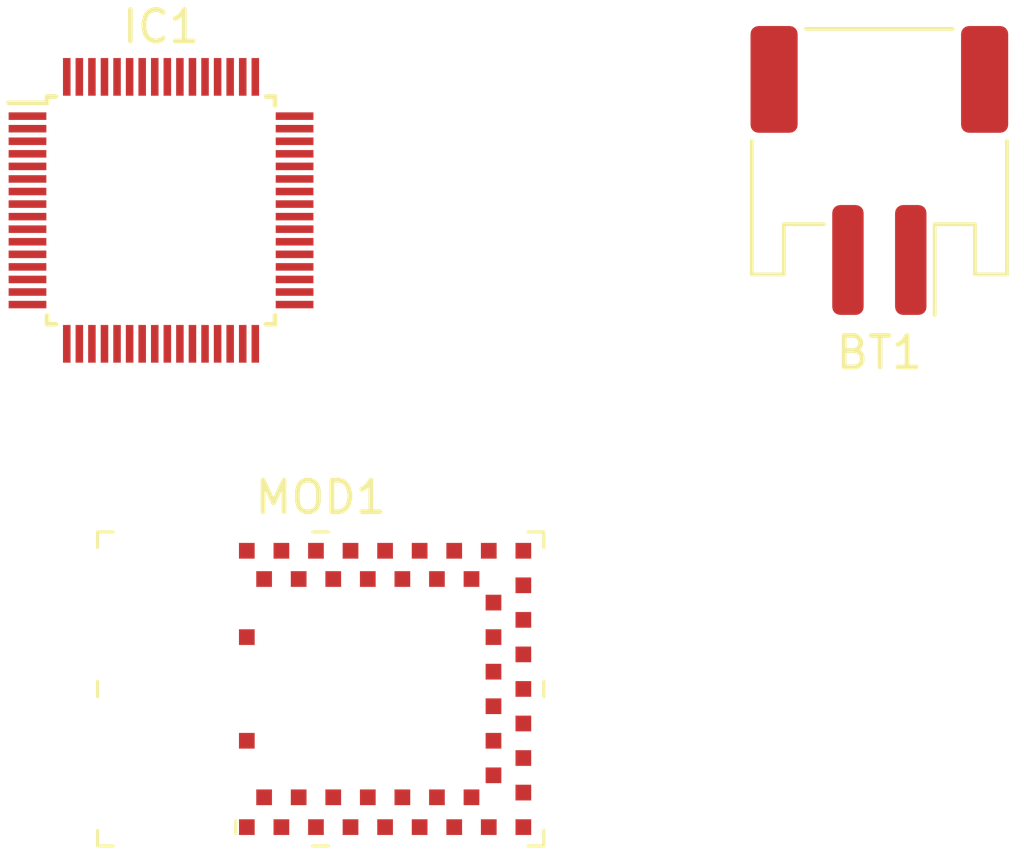
<source format=kicad_pcb>
(kicad_pcb (version 20171130) (host pcbnew "(5.0.2)-1")

  (general
    (thickness 1.6)
    (drawings 0)
    (tracks 0)
    (zones 0)
    (modules 3)
    (nets 114)
  )

  (page A4)
  (layers
    (0 F.Cu signal)
    (31 B.Cu signal)
    (32 B.Adhes user hide)
    (33 F.Adhes user hide)
    (34 B.Paste user hide)
    (35 F.Paste user hide)
    (36 B.SilkS user hide)
    (37 F.SilkS user)
    (38 B.Mask user hide)
    (39 F.Mask user hide)
    (40 Dwgs.User user hide)
    (41 Cmts.User user hide)
    (42 Eco1.User user hide)
    (43 Eco2.User user hide)
    (44 Edge.Cuts user hide)
    (45 Margin user hide)
    (46 B.CrtYd user hide)
    (47 F.CrtYd user hide)
    (48 B.Fab user hide)
    (49 F.Fab user hide)
  )

  (setup
    (last_trace_width 0.3)
    (user_trace_width 0.2)
    (user_trace_width 0.3)
    (user_trace_width 0.5)
    (trace_clearance 0.2)
    (zone_clearance 0.508)
    (zone_45_only no)
    (trace_min 0.2)
    (segment_width 0.2)
    (edge_width 0.15)
    (via_size 0.8)
    (via_drill 0.4)
    (via_min_size 0.4)
    (via_min_drill 0.3)
    (uvia_size 0.3)
    (uvia_drill 0.1)
    (uvias_allowed no)
    (uvia_min_size 0.2)
    (uvia_min_drill 0.1)
    (pcb_text_width 0.3)
    (pcb_text_size 1.5 1.5)
    (mod_edge_width 0.15)
    (mod_text_size 1 1)
    (mod_text_width 0.15)
    (pad_size 1.524 1.524)
    (pad_drill 0.762)
    (pad_to_mask_clearance 0.051)
    (solder_mask_min_width 0.25)
    (aux_axis_origin 0 0)
    (visible_elements 7FFFFFFF)
    (pcbplotparams
      (layerselection 0x010fc_ffffffff)
      (usegerberextensions false)
      (usegerberattributes false)
      (usegerberadvancedattributes false)
      (creategerberjobfile false)
      (excludeedgelayer true)
      (linewidth 0.100000)
      (plotframeref false)
      (viasonmask false)
      (mode 1)
      (useauxorigin false)
      (hpglpennumber 1)
      (hpglpenspeed 20)
      (hpglpendiameter 15.000000)
      (psnegative false)
      (psa4output false)
      (plotreference true)
      (plotvalue true)
      (plotinvisibletext false)
      (padsonsilk false)
      (subtractmaskfromsilk false)
      (outputformat 1)
      (mirror false)
      (drillshape 1)
      (scaleselection 1)
      (outputdirectory ""))
  )

  (net 0 "")
  (net 1 "Net-(IC1-Pad1)")
  (net 2 "Net-(IC1-Pad2)")
  (net 3 "Net-(IC1-Pad3)")
  (net 4 "Net-(IC1-Pad4)")
  (net 5 "Net-(IC1-Pad5)")
  (net 6 "Net-(IC1-Pad6)")
  (net 7 "Net-(IC1-Pad7)")
  (net 8 "Net-(IC1-Pad8)")
  (net 9 "Net-(IC1-Pad9)")
  (net 10 "Net-(IC1-Pad10)")
  (net 11 "Net-(IC1-Pad11)")
  (net 12 "Net-(IC1-Pad12)")
  (net 13 "Net-(IC1-Pad13)")
  (net 14 "Net-(IC1-Pad14)")
  (net 15 "Net-(IC1-Pad15)")
  (net 16 "Net-(IC1-Pad16)")
  (net 17 "Net-(IC1-Pad17)")
  (net 18 "Net-(IC1-Pad18)")
  (net 19 "Net-(IC1-Pad19)")
  (net 20 "Net-(IC1-Pad20)")
  (net 21 "Net-(IC1-Pad21)")
  (net 22 "Net-(IC1-Pad22)")
  (net 23 "Net-(IC1-Pad23)")
  (net 24 "Net-(IC1-Pad24)")
  (net 25 "Net-(IC1-Pad25)")
  (net 26 "Net-(IC1-Pad26)")
  (net 27 "Net-(IC1-Pad27)")
  (net 28 "Net-(IC1-Pad28)")
  (net 29 "Net-(IC1-Pad29)")
  (net 30 "Net-(IC1-Pad30)")
  (net 31 "Net-(IC1-Pad31)")
  (net 32 "Net-(IC1-Pad32)")
  (net 33 "Net-(IC1-Pad33)")
  (net 34 "Net-(IC1-Pad34)")
  (net 35 "Net-(IC1-Pad35)")
  (net 36 "Net-(IC1-Pad36)")
  (net 37 "Net-(IC1-Pad37)")
  (net 38 "Net-(IC1-Pad38)")
  (net 39 "Net-(IC1-Pad39)")
  (net 40 "Net-(IC1-Pad40)")
  (net 41 "Net-(IC1-Pad41)")
  (net 42 "Net-(IC1-Pad42)")
  (net 43 "Net-(IC1-Pad43)")
  (net 44 "Net-(IC1-Pad44)")
  (net 45 "Net-(IC1-Pad45)")
  (net 46 "Net-(IC1-Pad46)")
  (net 47 "Net-(IC1-Pad47)")
  (net 48 "Net-(IC1-Pad48)")
  (net 49 "Net-(IC1-Pad49)")
  (net 50 "Net-(IC1-Pad50)")
  (net 51 "Net-(IC1-Pad51)")
  (net 52 "Net-(IC1-Pad52)")
  (net 53 "Net-(IC1-Pad53)")
  (net 54 "Net-(IC1-Pad54)")
  (net 55 "Net-(IC1-Pad55)")
  (net 56 "Net-(IC1-Pad56)")
  (net 57 "Net-(IC1-Pad57)")
  (net 58 "Net-(IC1-Pad58)")
  (net 59 "Net-(IC1-Pad59)")
  (net 60 "Net-(IC1-Pad60)")
  (net 61 "Net-(IC1-Pad61)")
  (net 62 "Net-(IC1-Pad62)")
  (net 63 "Net-(IC1-Pad63)")
  (net 64 "Net-(IC1-Pad64)")
  (net 65 "Net-(BT1-Pad1)")
  (net 66 GND)
  (net 67 "Net-(MOD1-Pad1)")
  (net 68 "Net-(MOD1-Pad2)")
  (net 69 "Net-(MOD1-Pad3)")
  (net 70 "Net-(MOD1-Pad4)")
  (net 71 "Net-(MOD1-Pad5)")
  (net 72 "Net-(MOD1-Pad6)")
  (net 73 "Net-(MOD1-Pad7)")
  (net 74 "Net-(MOD1-Pad8)")
  (net 75 "Net-(MOD1-Pad9)")
  (net 76 "Net-(MOD1-Pad10)")
  (net 77 "Net-(MOD1-Pad11)")
  (net 78 "Net-(MOD1-Pad12)")
  (net 79 "Net-(MOD1-Pad13)")
  (net 80 "Net-(MOD1-Pad14)")
  (net 81 "Net-(MOD1-Pad15)")
  (net 82 "Net-(MOD1-Pad16)")
  (net 83 "Net-(MOD1-Pad17)")
  (net 84 "Net-(MOD1-Pad18)")
  (net 85 "Net-(MOD1-Pad19)")
  (net 86 "Net-(MOD1-Pad20)")
  (net 87 "Net-(MOD1-Pad21)")
  (net 88 "Net-(MOD1-Pad22)")
  (net 89 "Net-(MOD1-Pad23)")
  (net 90 "Net-(MOD1-Pad24)")
  (net 91 "Net-(MOD1-Pad25)")
  (net 92 "Net-(MOD1-Pad26)")
  (net 93 "Net-(MOD1-Pad27)")
  (net 94 "Net-(MOD1-Pad28)")
  (net 95 "Net-(MOD1-Pad29)")
  (net 96 "Net-(MOD1-Pad30)")
  (net 97 "Net-(MOD1-Pad31)")
  (net 98 "Net-(MOD1-Pad32)")
  (net 99 "Net-(MOD1-Pad33)")
  (net 100 "Net-(MOD1-Pad34)")
  (net 101 "Net-(MOD1-Pad35)")
  (net 102 "Net-(MOD1-Pad36)")
  (net 103 "Net-(MOD1-Pad37)")
  (net 104 "Net-(MOD1-Pad38)")
  (net 105 "Net-(MOD1-Pad39)")
  (net 106 "Net-(MOD1-Pad40)")
  (net 107 "Net-(MOD1-Pad41)")
  (net 108 "Net-(MOD1-Pad42)")
  (net 109 "Net-(MOD1-Pad43)")
  (net 110 "Net-(MOD1-Pad44)")
  (net 111 "Net-(MOD1-Pad45)")
  (net 112 "Net-(MOD1-Pad46)")
  (net 113 "Net-(MOD1-Pad47)")

  (net_class Default "This is the default net class."
    (clearance 0.2)
    (trace_width 0.25)
    (via_dia 0.8)
    (via_drill 0.4)
    (uvia_dia 0.3)
    (uvia_drill 0.1)
    (add_net GND)
    (add_net "Net-(BT1-Pad1)")
    (add_net "Net-(IC1-Pad1)")
    (add_net "Net-(IC1-Pad10)")
    (add_net "Net-(IC1-Pad11)")
    (add_net "Net-(IC1-Pad12)")
    (add_net "Net-(IC1-Pad13)")
    (add_net "Net-(IC1-Pad14)")
    (add_net "Net-(IC1-Pad15)")
    (add_net "Net-(IC1-Pad16)")
    (add_net "Net-(IC1-Pad17)")
    (add_net "Net-(IC1-Pad18)")
    (add_net "Net-(IC1-Pad19)")
    (add_net "Net-(IC1-Pad2)")
    (add_net "Net-(IC1-Pad20)")
    (add_net "Net-(IC1-Pad21)")
    (add_net "Net-(IC1-Pad22)")
    (add_net "Net-(IC1-Pad23)")
    (add_net "Net-(IC1-Pad24)")
    (add_net "Net-(IC1-Pad25)")
    (add_net "Net-(IC1-Pad26)")
    (add_net "Net-(IC1-Pad27)")
    (add_net "Net-(IC1-Pad28)")
    (add_net "Net-(IC1-Pad29)")
    (add_net "Net-(IC1-Pad3)")
    (add_net "Net-(IC1-Pad30)")
    (add_net "Net-(IC1-Pad31)")
    (add_net "Net-(IC1-Pad32)")
    (add_net "Net-(IC1-Pad33)")
    (add_net "Net-(IC1-Pad34)")
    (add_net "Net-(IC1-Pad35)")
    (add_net "Net-(IC1-Pad36)")
    (add_net "Net-(IC1-Pad37)")
    (add_net "Net-(IC1-Pad38)")
    (add_net "Net-(IC1-Pad39)")
    (add_net "Net-(IC1-Pad4)")
    (add_net "Net-(IC1-Pad40)")
    (add_net "Net-(IC1-Pad41)")
    (add_net "Net-(IC1-Pad42)")
    (add_net "Net-(IC1-Pad43)")
    (add_net "Net-(IC1-Pad44)")
    (add_net "Net-(IC1-Pad45)")
    (add_net "Net-(IC1-Pad46)")
    (add_net "Net-(IC1-Pad47)")
    (add_net "Net-(IC1-Pad48)")
    (add_net "Net-(IC1-Pad49)")
    (add_net "Net-(IC1-Pad5)")
    (add_net "Net-(IC1-Pad50)")
    (add_net "Net-(IC1-Pad51)")
    (add_net "Net-(IC1-Pad52)")
    (add_net "Net-(IC1-Pad53)")
    (add_net "Net-(IC1-Pad54)")
    (add_net "Net-(IC1-Pad55)")
    (add_net "Net-(IC1-Pad56)")
    (add_net "Net-(IC1-Pad57)")
    (add_net "Net-(IC1-Pad58)")
    (add_net "Net-(IC1-Pad59)")
    (add_net "Net-(IC1-Pad6)")
    (add_net "Net-(IC1-Pad60)")
    (add_net "Net-(IC1-Pad61)")
    (add_net "Net-(IC1-Pad62)")
    (add_net "Net-(IC1-Pad63)")
    (add_net "Net-(IC1-Pad64)")
    (add_net "Net-(IC1-Pad7)")
    (add_net "Net-(IC1-Pad8)")
    (add_net "Net-(IC1-Pad9)")
    (add_net "Net-(MOD1-Pad1)")
    (add_net "Net-(MOD1-Pad10)")
    (add_net "Net-(MOD1-Pad11)")
    (add_net "Net-(MOD1-Pad12)")
    (add_net "Net-(MOD1-Pad13)")
    (add_net "Net-(MOD1-Pad14)")
    (add_net "Net-(MOD1-Pad15)")
    (add_net "Net-(MOD1-Pad16)")
    (add_net "Net-(MOD1-Pad17)")
    (add_net "Net-(MOD1-Pad18)")
    (add_net "Net-(MOD1-Pad19)")
    (add_net "Net-(MOD1-Pad2)")
    (add_net "Net-(MOD1-Pad20)")
    (add_net "Net-(MOD1-Pad21)")
    (add_net "Net-(MOD1-Pad22)")
    (add_net "Net-(MOD1-Pad23)")
    (add_net "Net-(MOD1-Pad24)")
    (add_net "Net-(MOD1-Pad25)")
    (add_net "Net-(MOD1-Pad26)")
    (add_net "Net-(MOD1-Pad27)")
    (add_net "Net-(MOD1-Pad28)")
    (add_net "Net-(MOD1-Pad29)")
    (add_net "Net-(MOD1-Pad3)")
    (add_net "Net-(MOD1-Pad30)")
    (add_net "Net-(MOD1-Pad31)")
    (add_net "Net-(MOD1-Pad32)")
    (add_net "Net-(MOD1-Pad33)")
    (add_net "Net-(MOD1-Pad34)")
    (add_net "Net-(MOD1-Pad35)")
    (add_net "Net-(MOD1-Pad36)")
    (add_net "Net-(MOD1-Pad37)")
    (add_net "Net-(MOD1-Pad38)")
    (add_net "Net-(MOD1-Pad39)")
    (add_net "Net-(MOD1-Pad4)")
    (add_net "Net-(MOD1-Pad40)")
    (add_net "Net-(MOD1-Pad41)")
    (add_net "Net-(MOD1-Pad42)")
    (add_net "Net-(MOD1-Pad43)")
    (add_net "Net-(MOD1-Pad44)")
    (add_net "Net-(MOD1-Pad45)")
    (add_net "Net-(MOD1-Pad46)")
    (add_net "Net-(MOD1-Pad47)")
    (add_net "Net-(MOD1-Pad5)")
    (add_net "Net-(MOD1-Pad6)")
    (add_net "Net-(MOD1-Pad7)")
    (add_net "Net-(MOD1-Pad8)")
    (add_net "Net-(MOD1-Pad9)")
  )

  (module Package_QFP:LQFP-64_7x7mm_P0.4mm (layer F.Cu) (tedit 5A02F146) (tstamp 5C794C5E)
    (at 29.21 25.4)
    (descr "LQFP64: plastic low profile quad flat package; 64 leads; body 7 x 7 x 1.4 mm(see NXP sot414-1_po.pdf and sot414-1_fr.pdf)")
    (tags "QFP 0.4")
    (path /5C6C72B0)
    (attr smd)
    (fp_text reference IC1 (at 0 -5.85) (layer F.SilkS)
      (effects (font (size 1 1) (thickness 0.15)))
    )
    (fp_text value ADS1299 (at 0 5.85) (layer F.Fab)
      (effects (font (size 1 1) (thickness 0.15)))
    )
    (fp_text user %R (at 0 0) (layer F.Fab)
      (effects (font (size 1 1) (thickness 0.15)))
    )
    (fp_line (start -2.5 -3.5) (end 3.5 -3.5) (layer F.Fab) (width 0.15))
    (fp_line (start 3.5 -3.5) (end 3.5 3.5) (layer F.Fab) (width 0.15))
    (fp_line (start 3.5 3.5) (end -3.5 3.5) (layer F.Fab) (width 0.15))
    (fp_line (start -3.5 3.5) (end -3.5 -2.5) (layer F.Fab) (width 0.15))
    (fp_line (start -3.5 -2.5) (end -2.5 -3.5) (layer F.Fab) (width 0.15))
    (fp_line (start -5.1 -5.1) (end -5.1 5.1) (layer F.CrtYd) (width 0.05))
    (fp_line (start 5.1 -5.1) (end 5.1 5.1) (layer F.CrtYd) (width 0.05))
    (fp_line (start -5.1 -5.1) (end 5.1 -5.1) (layer F.CrtYd) (width 0.05))
    (fp_line (start -5.1 5.1) (end 5.1 5.1) (layer F.CrtYd) (width 0.05))
    (fp_line (start -3.625 -3.625) (end -3.625 -3.425) (layer F.SilkS) (width 0.15))
    (fp_line (start 3.625 -3.625) (end 3.625 -3.345) (layer F.SilkS) (width 0.15))
    (fp_line (start 3.625 3.625) (end 3.625 3.345) (layer F.SilkS) (width 0.15))
    (fp_line (start -3.625 3.625) (end -3.625 3.345) (layer F.SilkS) (width 0.15))
    (fp_line (start -3.625 -3.625) (end -3.345 -3.625) (layer F.SilkS) (width 0.15))
    (fp_line (start -3.625 3.625) (end -3.345 3.625) (layer F.SilkS) (width 0.15))
    (fp_line (start 3.625 3.625) (end 3.345 3.625) (layer F.SilkS) (width 0.15))
    (fp_line (start 3.625 -3.625) (end 3.345 -3.625) (layer F.SilkS) (width 0.15))
    (fp_line (start -3.625 -3.425) (end -4.85 -3.425) (layer F.SilkS) (width 0.15))
    (pad 1 smd rect (at -4.25 -3) (size 1.2 0.24) (layers F.Cu F.Paste F.Mask)
      (net 1 "Net-(IC1-Pad1)"))
    (pad 2 smd rect (at -4.25 -2.6) (size 1.2 0.24) (layers F.Cu F.Paste F.Mask)
      (net 2 "Net-(IC1-Pad2)"))
    (pad 3 smd rect (at -4.25 -2.2) (size 1.2 0.24) (layers F.Cu F.Paste F.Mask)
      (net 3 "Net-(IC1-Pad3)"))
    (pad 4 smd rect (at -4.25 -1.8) (size 1.2 0.24) (layers F.Cu F.Paste F.Mask)
      (net 4 "Net-(IC1-Pad4)"))
    (pad 5 smd rect (at -4.25 -1.4) (size 1.2 0.24) (layers F.Cu F.Paste F.Mask)
      (net 5 "Net-(IC1-Pad5)"))
    (pad 6 smd rect (at -4.25 -1) (size 1.2 0.24) (layers F.Cu F.Paste F.Mask)
      (net 6 "Net-(IC1-Pad6)"))
    (pad 7 smd rect (at -4.25 -0.6) (size 1.2 0.24) (layers F.Cu F.Paste F.Mask)
      (net 7 "Net-(IC1-Pad7)"))
    (pad 8 smd rect (at -4.25 -0.2) (size 1.2 0.24) (layers F.Cu F.Paste F.Mask)
      (net 8 "Net-(IC1-Pad8)"))
    (pad 9 smd rect (at -4.25 0.2) (size 1.2 0.24) (layers F.Cu F.Paste F.Mask)
      (net 9 "Net-(IC1-Pad9)"))
    (pad 10 smd rect (at -4.25 0.6) (size 1.2 0.24) (layers F.Cu F.Paste F.Mask)
      (net 10 "Net-(IC1-Pad10)"))
    (pad 11 smd rect (at -4.25 1) (size 1.2 0.24) (layers F.Cu F.Paste F.Mask)
      (net 11 "Net-(IC1-Pad11)"))
    (pad 12 smd rect (at -4.25 1.4) (size 1.2 0.24) (layers F.Cu F.Paste F.Mask)
      (net 12 "Net-(IC1-Pad12)"))
    (pad 13 smd rect (at -4.25 1.8) (size 1.2 0.24) (layers F.Cu F.Paste F.Mask)
      (net 13 "Net-(IC1-Pad13)"))
    (pad 14 smd rect (at -4.25 2.2) (size 1.2 0.24) (layers F.Cu F.Paste F.Mask)
      (net 14 "Net-(IC1-Pad14)"))
    (pad 15 smd rect (at -4.25 2.6) (size 1.2 0.24) (layers F.Cu F.Paste F.Mask)
      (net 15 "Net-(IC1-Pad15)"))
    (pad 16 smd rect (at -4.25 3) (size 1.2 0.24) (layers F.Cu F.Paste F.Mask)
      (net 16 "Net-(IC1-Pad16)"))
    (pad 17 smd rect (at -3 4.25 90) (size 1.2 0.24) (layers F.Cu F.Paste F.Mask)
      (net 17 "Net-(IC1-Pad17)"))
    (pad 18 smd rect (at -2.6 4.25 90) (size 1.2 0.24) (layers F.Cu F.Paste F.Mask)
      (net 18 "Net-(IC1-Pad18)"))
    (pad 19 smd rect (at -2.2 4.25 90) (size 1.2 0.24) (layers F.Cu F.Paste F.Mask)
      (net 19 "Net-(IC1-Pad19)"))
    (pad 20 smd rect (at -1.8 4.25 90) (size 1.2 0.24) (layers F.Cu F.Paste F.Mask)
      (net 20 "Net-(IC1-Pad20)"))
    (pad 21 smd rect (at -1.4 4.25 90) (size 1.2 0.24) (layers F.Cu F.Paste F.Mask)
      (net 21 "Net-(IC1-Pad21)"))
    (pad 22 smd rect (at -1 4.25 90) (size 1.2 0.24) (layers F.Cu F.Paste F.Mask)
      (net 22 "Net-(IC1-Pad22)"))
    (pad 23 smd rect (at -0.6 4.25 90) (size 1.2 0.24) (layers F.Cu F.Paste F.Mask)
      (net 23 "Net-(IC1-Pad23)"))
    (pad 24 smd rect (at -0.2 4.25 90) (size 1.2 0.24) (layers F.Cu F.Paste F.Mask)
      (net 24 "Net-(IC1-Pad24)"))
    (pad 25 smd rect (at 0.2 4.25 90) (size 1.2 0.24) (layers F.Cu F.Paste F.Mask)
      (net 25 "Net-(IC1-Pad25)"))
    (pad 26 smd rect (at 0.6 4.25 90) (size 1.2 0.24) (layers F.Cu F.Paste F.Mask)
      (net 26 "Net-(IC1-Pad26)"))
    (pad 27 smd rect (at 1 4.25 90) (size 1.2 0.24) (layers F.Cu F.Paste F.Mask)
      (net 27 "Net-(IC1-Pad27)"))
    (pad 28 smd rect (at 1.4 4.25 90) (size 1.2 0.24) (layers F.Cu F.Paste F.Mask)
      (net 28 "Net-(IC1-Pad28)"))
    (pad 29 smd rect (at 1.8 4.25 90) (size 1.2 0.24) (layers F.Cu F.Paste F.Mask)
      (net 29 "Net-(IC1-Pad29)"))
    (pad 30 smd rect (at 2.2 4.25 90) (size 1.2 0.24) (layers F.Cu F.Paste F.Mask)
      (net 30 "Net-(IC1-Pad30)"))
    (pad 31 smd rect (at 2.6 4.25 90) (size 1.2 0.24) (layers F.Cu F.Paste F.Mask)
      (net 31 "Net-(IC1-Pad31)"))
    (pad 32 smd rect (at 3 4.25 90) (size 1.2 0.24) (layers F.Cu F.Paste F.Mask)
      (net 32 "Net-(IC1-Pad32)"))
    (pad 33 smd rect (at 4.25 3) (size 1.2 0.24) (layers F.Cu F.Paste F.Mask)
      (net 33 "Net-(IC1-Pad33)"))
    (pad 34 smd rect (at 4.25 2.6) (size 1.2 0.24) (layers F.Cu F.Paste F.Mask)
      (net 34 "Net-(IC1-Pad34)"))
    (pad 35 smd rect (at 4.25 2.2) (size 1.2 0.24) (layers F.Cu F.Paste F.Mask)
      (net 35 "Net-(IC1-Pad35)"))
    (pad 36 smd rect (at 4.25 1.8) (size 1.2 0.24) (layers F.Cu F.Paste F.Mask)
      (net 36 "Net-(IC1-Pad36)"))
    (pad 37 smd rect (at 4.25 1.4) (size 1.2 0.24) (layers F.Cu F.Paste F.Mask)
      (net 37 "Net-(IC1-Pad37)"))
    (pad 38 smd rect (at 4.25 1) (size 1.2 0.24) (layers F.Cu F.Paste F.Mask)
      (net 38 "Net-(IC1-Pad38)"))
    (pad 39 smd rect (at 4.25 0.6) (size 1.2 0.24) (layers F.Cu F.Paste F.Mask)
      (net 39 "Net-(IC1-Pad39)"))
    (pad 40 smd rect (at 4.25 0.2) (size 1.2 0.24) (layers F.Cu F.Paste F.Mask)
      (net 40 "Net-(IC1-Pad40)"))
    (pad 41 smd rect (at 4.25 -0.2) (size 1.2 0.24) (layers F.Cu F.Paste F.Mask)
      (net 41 "Net-(IC1-Pad41)"))
    (pad 42 smd rect (at 4.25 -0.6) (size 1.2 0.24) (layers F.Cu F.Paste F.Mask)
      (net 42 "Net-(IC1-Pad42)"))
    (pad 43 smd rect (at 4.25 -1) (size 1.2 0.24) (layers F.Cu F.Paste F.Mask)
      (net 43 "Net-(IC1-Pad43)"))
    (pad 44 smd rect (at 4.25 -1.4) (size 1.2 0.24) (layers F.Cu F.Paste F.Mask)
      (net 44 "Net-(IC1-Pad44)"))
    (pad 45 smd rect (at 4.25 -1.8) (size 1.2 0.24) (layers F.Cu F.Paste F.Mask)
      (net 45 "Net-(IC1-Pad45)"))
    (pad 46 smd rect (at 4.25 -2.2) (size 1.2 0.24) (layers F.Cu F.Paste F.Mask)
      (net 46 "Net-(IC1-Pad46)"))
    (pad 47 smd rect (at 4.25 -2.6) (size 1.2 0.24) (layers F.Cu F.Paste F.Mask)
      (net 47 "Net-(IC1-Pad47)"))
    (pad 48 smd rect (at 4.25 -3) (size 1.2 0.24) (layers F.Cu F.Paste F.Mask)
      (net 48 "Net-(IC1-Pad48)"))
    (pad 49 smd rect (at 3 -4.25 90) (size 1.2 0.24) (layers F.Cu F.Paste F.Mask)
      (net 49 "Net-(IC1-Pad49)"))
    (pad 50 smd rect (at 2.6 -4.25 90) (size 1.2 0.24) (layers F.Cu F.Paste F.Mask)
      (net 50 "Net-(IC1-Pad50)"))
    (pad 51 smd rect (at 2.2 -4.25 90) (size 1.2 0.24) (layers F.Cu F.Paste F.Mask)
      (net 51 "Net-(IC1-Pad51)"))
    (pad 52 smd rect (at 1.8 -4.25 90) (size 1.2 0.24) (layers F.Cu F.Paste F.Mask)
      (net 52 "Net-(IC1-Pad52)"))
    (pad 53 smd rect (at 1.4 -4.25 90) (size 1.2 0.24) (layers F.Cu F.Paste F.Mask)
      (net 53 "Net-(IC1-Pad53)"))
    (pad 54 smd rect (at 1 -4.25 90) (size 1.2 0.24) (layers F.Cu F.Paste F.Mask)
      (net 54 "Net-(IC1-Pad54)"))
    (pad 55 smd rect (at 0.6 -4.25 90) (size 1.2 0.24) (layers F.Cu F.Paste F.Mask)
      (net 55 "Net-(IC1-Pad55)"))
    (pad 56 smd rect (at 0.2 -4.25 90) (size 1.2 0.24) (layers F.Cu F.Paste F.Mask)
      (net 56 "Net-(IC1-Pad56)"))
    (pad 57 smd rect (at -0.2 -4.25 90) (size 1.2 0.24) (layers F.Cu F.Paste F.Mask)
      (net 57 "Net-(IC1-Pad57)"))
    (pad 58 smd rect (at -0.6 -4.25 90) (size 1.2 0.24) (layers F.Cu F.Paste F.Mask)
      (net 58 "Net-(IC1-Pad58)"))
    (pad 59 smd rect (at -1 -4.25 90) (size 1.2 0.24) (layers F.Cu F.Paste F.Mask)
      (net 59 "Net-(IC1-Pad59)"))
    (pad 60 smd rect (at -1.4 -4.25 90) (size 1.2 0.24) (layers F.Cu F.Paste F.Mask)
      (net 60 "Net-(IC1-Pad60)"))
    (pad 61 smd rect (at -1.8 -4.25 90) (size 1.2 0.24) (layers F.Cu F.Paste F.Mask)
      (net 61 "Net-(IC1-Pad61)"))
    (pad 62 smd rect (at -2.2 -4.25 90) (size 1.2 0.24) (layers F.Cu F.Paste F.Mask)
      (net 62 "Net-(IC1-Pad62)"))
    (pad 63 smd rect (at -2.6 -4.25 90) (size 1.2 0.24) (layers F.Cu F.Paste F.Mask)
      (net 63 "Net-(IC1-Pad63)"))
    (pad 64 smd rect (at -3 -4.25 90) (size 1.2 0.24) (layers F.Cu F.Paste F.Mask)
      (net 64 "Net-(IC1-Pad64)"))
    (model ${KISYS3DMOD}/Package_QFP.3dshapes/LQFP-64_7x7mm_P0.4mm.wrl
      (at (xyz 0 0 0))
      (scale (xyz 1 1 1))
      (rotate (xyz 0 0 0))
    )
  )

  (module Connector_JST:JST_PH_S2B-PH-SM4-TB_1x02-1MP_P2.00mm_Horizontal (layer F.Cu) (tedit 5B78AD87) (tstamp 5C7A68DE)
    (at 52.07 24.13 180)
    (descr "JST PH series connector, S2B-PH-SM4-TB (http://www.jst-mfg.com/product/pdf/eng/ePH.pdf), generated with kicad-footprint-generator")
    (tags "connector JST PH top entry")
    (path /5C6CC419)
    (attr smd)
    (fp_text reference BT1 (at 0 -5.8 180) (layer F.SilkS)
      (effects (font (size 1 1) (thickness 0.15)))
    )
    (fp_text value Battery_Cell (at 0 5.8 180) (layer F.Fab)
      (effects (font (size 1 1) (thickness 0.15)))
    )
    (fp_line (start -3.95 -3.2) (end -3.15 -3.2) (layer F.Fab) (width 0.1))
    (fp_line (start -3.15 -3.2) (end -3.15 -1.6) (layer F.Fab) (width 0.1))
    (fp_line (start -3.15 -1.6) (end 3.15 -1.6) (layer F.Fab) (width 0.1))
    (fp_line (start 3.15 -1.6) (end 3.15 -3.2) (layer F.Fab) (width 0.1))
    (fp_line (start 3.15 -3.2) (end 3.95 -3.2) (layer F.Fab) (width 0.1))
    (fp_line (start -4.06 0.94) (end -4.06 -3.31) (layer F.SilkS) (width 0.12))
    (fp_line (start -4.06 -3.31) (end -3.04 -3.31) (layer F.SilkS) (width 0.12))
    (fp_line (start -3.04 -3.31) (end -3.04 -1.71) (layer F.SilkS) (width 0.12))
    (fp_line (start -3.04 -1.71) (end -1.76 -1.71) (layer F.SilkS) (width 0.12))
    (fp_line (start -1.76 -1.71) (end -1.76 -4.6) (layer F.SilkS) (width 0.12))
    (fp_line (start 4.06 0.94) (end 4.06 -3.31) (layer F.SilkS) (width 0.12))
    (fp_line (start 4.06 -3.31) (end 3.04 -3.31) (layer F.SilkS) (width 0.12))
    (fp_line (start 3.04 -3.31) (end 3.04 -1.71) (layer F.SilkS) (width 0.12))
    (fp_line (start 3.04 -1.71) (end 1.76 -1.71) (layer F.SilkS) (width 0.12))
    (fp_line (start -2.34 4.51) (end 2.34 4.51) (layer F.SilkS) (width 0.12))
    (fp_line (start -3.95 4.4) (end 3.95 4.4) (layer F.Fab) (width 0.1))
    (fp_line (start -3.95 -3.2) (end -3.95 4.4) (layer F.Fab) (width 0.1))
    (fp_line (start 3.95 -3.2) (end 3.95 4.4) (layer F.Fab) (width 0.1))
    (fp_line (start -4.6 -5.1) (end -4.6 5.1) (layer F.CrtYd) (width 0.05))
    (fp_line (start -4.6 5.1) (end 4.6 5.1) (layer F.CrtYd) (width 0.05))
    (fp_line (start 4.6 5.1) (end 4.6 -5.1) (layer F.CrtYd) (width 0.05))
    (fp_line (start 4.6 -5.1) (end -4.6 -5.1) (layer F.CrtYd) (width 0.05))
    (fp_line (start -1.5 -1.6) (end -1 -0.892893) (layer F.Fab) (width 0.1))
    (fp_line (start -1 -0.892893) (end -0.5 -1.6) (layer F.Fab) (width 0.1))
    (fp_text user %R (at 0 1.5 180) (layer F.Fab)
      (effects (font (size 1 1) (thickness 0.15)))
    )
    (pad 1 smd roundrect (at -1 -2.85 180) (size 1 3.5) (layers F.Cu F.Paste F.Mask) (roundrect_rratio 0.25)
      (net 65 "Net-(BT1-Pad1)"))
    (pad 2 smd roundrect (at 1 -2.85 180) (size 1 3.5) (layers F.Cu F.Paste F.Mask) (roundrect_rratio 0.25)
      (net 66 GND))
    (pad MP smd roundrect (at -3.35 2.9 180) (size 1.5 3.4) (layers F.Cu F.Paste F.Mask) (roundrect_rratio 0.166667))
    (pad MP smd roundrect (at 3.35 2.9 180) (size 1.5 3.4) (layers F.Cu F.Paste F.Mask) (roundrect_rratio 0.166667))
    (model ${KISYS3DMOD}/Connector_JST.3dshapes/JST_PH_S2B-PH-SM4-TB_1x02-1MP_P2.00mm_Horizontal.wrl
      (at (xyz 0 0 0))
      (scale (xyz 1 1 1))
      (rotate (xyz 0 0 0))
    )
  )

  (module digikey-footprints:Bluetooth_Module_BMD-300 (layer F.Cu) (tedit 59C97797) (tstamp 5C73FCFA)
    (at 34.29 40.64)
    (path /5C73FA00)
    (fp_text reference MOD1 (at 0 -6.1) (layer F.SilkS)
      (effects (font (size 1 1) (thickness 0.15)))
    )
    (fp_text value BMD-300-A-R (at 0 6.45) (layer F.Fab)
      (effects (font (size 1 1) (thickness 0.15)))
    )
    (fp_line (start 0 -5) (end -0.25 -5) (layer F.SilkS) (width 0.1))
    (fp_line (start 0 -5) (end 0.25 -5) (layer F.SilkS) (width 0.1))
    (fp_line (start 0 5) (end -0.25 5) (layer F.SilkS) (width 0.1))
    (fp_line (start 0 5) (end 0.25 5) (layer F.SilkS) (width 0.1))
    (fp_line (start 7.1 0) (end 7.1 0.25) (layer F.SilkS) (width 0.1))
    (fp_line (start 7.1 0) (end 7.1 -0.25) (layer F.SilkS) (width 0.1))
    (fp_line (start -7.1 0) (end -7.1 0.25) (layer F.SilkS) (width 0.1))
    (fp_line (start -7.1 0) (end -7.1 -0.25) (layer F.SilkS) (width 0.1))
    (fp_line (start -2.7 4.2) (end -2.7 4.6) (layer F.SilkS) (width 0.1))
    (fp_line (start -7.25 -5.15) (end -7.25 5.15) (layer F.CrtYd) (width 0.05))
    (fp_line (start 7.25 5.15) (end -7.25 5.15) (layer F.CrtYd) (width 0.05))
    (fp_line (start 7.25 -5.15) (end -7.25 -5.15) (layer F.CrtYd) (width 0.05))
    (fp_line (start 7.25 -5.15) (end 7.25 5.15) (layer F.CrtYd) (width 0.05))
    (fp_line (start 7.1 5) (end 7.1 4.5) (layer F.SilkS) (width 0.1))
    (fp_line (start 7.1 5) (end 6.6 5) (layer F.SilkS) (width 0.1))
    (fp_line (start -7.1 5) (end -6.6 5) (layer F.SilkS) (width 0.1))
    (fp_line (start -7.1 5) (end -7.1 4.5) (layer F.SilkS) (width 0.1))
    (fp_line (start -7.1 -5) (end -7.1 -4.5) (layer F.SilkS) (width 0.1))
    (fp_line (start -7.1 -5) (end -6.6 -5) (layer F.SilkS) (width 0.1))
    (fp_line (start 7.1 -5) (end 7.1 -4.5) (layer F.SilkS) (width 0.1))
    (fp_line (start 7.1 -5) (end 6.6 -5) (layer F.SilkS) (width 0.1))
    (fp_line (start -7 -4.9) (end -7 4.9) (layer F.Fab) (width 0.1))
    (fp_line (start 7 -4.9) (end 7 4.9) (layer F.Fab) (width 0.1))
    (fp_line (start -7 -4.9) (end 7 -4.9) (layer F.Fab) (width 0.1))
    (fp_line (start -7 4.9) (end 7 4.9) (layer F.Fab) (width 0.1))
    (pad 1 smd rect (at -2.35 4.4) (size 0.5 0.5) (layers F.Cu F.Paste F.Mask)
      (net 67 "Net-(MOD1-Pad1)"))
    (pad 2 smd rect (at -1.8 3.45) (size 0.5 0.5) (layers F.Cu F.Paste F.Mask)
      (net 68 "Net-(MOD1-Pad2)"))
    (pad 3 smd rect (at -1.25 4.4) (size 0.5 0.5) (layers F.Cu F.Paste F.Mask)
      (net 69 "Net-(MOD1-Pad3)"))
    (pad 4 smd rect (at -0.7 3.45) (size 0.5 0.5) (layers F.Cu F.Paste F.Mask)
      (net 70 "Net-(MOD1-Pad4)"))
    (pad 5 smd rect (at -0.15 4.4) (size 0.5 0.5) (layers F.Cu F.Paste F.Mask)
      (net 71 "Net-(MOD1-Pad5)"))
    (pad 6 smd rect (at 0.4 3.45) (size 0.5 0.5) (layers F.Cu F.Paste F.Mask)
      (net 72 "Net-(MOD1-Pad6)"))
    (pad 7 smd rect (at 0.95 4.4) (size 0.5 0.5) (layers F.Cu F.Paste F.Mask)
      (net 73 "Net-(MOD1-Pad7)"))
    (pad 8 smd rect (at 1.5 3.45) (size 0.5 0.5) (layers F.Cu F.Paste F.Mask)
      (net 74 "Net-(MOD1-Pad8)"))
    (pad 9 smd rect (at 2.05 4.4) (size 0.5 0.5) (layers F.Cu F.Paste F.Mask)
      (net 75 "Net-(MOD1-Pad9)"))
    (pad 10 smd rect (at 2.6 3.45) (size 0.5 0.5) (layers F.Cu F.Paste F.Mask)
      (net 76 "Net-(MOD1-Pad10)"))
    (pad 11 smd rect (at 3.15 4.4) (size 0.5 0.5) (layers F.Cu F.Paste F.Mask)
      (net 77 "Net-(MOD1-Pad11)"))
    (pad 12 smd rect (at 3.7 3.45) (size 0.5 0.5) (layers F.Cu F.Paste F.Mask)
      (net 78 "Net-(MOD1-Pad12)"))
    (pad 13 smd rect (at 4.25 4.4) (size 0.5 0.5) (layers F.Cu F.Paste F.Mask)
      (net 79 "Net-(MOD1-Pad13)"))
    (pad 14 smd rect (at 4.8 3.45) (size 0.5 0.5) (layers F.Cu F.Paste F.Mask)
      (net 80 "Net-(MOD1-Pad14)"))
    (pad 15 smd rect (at 5.35 4.4) (size 0.5 0.5) (layers F.Cu F.Paste F.Mask)
      (net 81 "Net-(MOD1-Pad15)"))
    (pad 16 smd rect (at 6.45 4.4) (size 0.5 0.5) (layers F.Cu F.Paste F.Mask)
      (net 82 "Net-(MOD1-Pad16)"))
    (pad 17 smd rect (at 6.45 3.3) (size 0.5 0.5) (layers F.Cu F.Paste F.Mask)
      (net 83 "Net-(MOD1-Pad17)"))
    (pad 18 smd rect (at 5.5 2.75) (size 0.5 0.5) (layers F.Cu F.Paste F.Mask)
      (net 84 "Net-(MOD1-Pad18)"))
    (pad 19 smd rect (at 6.45 2.2) (size 0.5 0.5) (layers F.Cu F.Paste F.Mask)
      (net 85 "Net-(MOD1-Pad19)"))
    (pad 20 smd rect (at 5.5 1.65) (size 0.5 0.5) (layers F.Cu F.Paste F.Mask)
      (net 86 "Net-(MOD1-Pad20)"))
    (pad 21 smd rect (at 6.45 1.1) (size 0.5 0.5) (layers F.Cu F.Paste F.Mask)
      (net 87 "Net-(MOD1-Pad21)"))
    (pad 22 smd rect (at 5.5 0.55) (size 0.5 0.5) (layers F.Cu F.Paste F.Mask)
      (net 88 "Net-(MOD1-Pad22)"))
    (pad 23 smd rect (at 6.45 0) (size 0.5 0.5) (layers F.Cu F.Paste F.Mask)
      (net 89 "Net-(MOD1-Pad23)"))
    (pad 24 smd rect (at 5.5 -0.55) (size 0.5 0.5) (layers F.Cu F.Paste F.Mask)
      (net 90 "Net-(MOD1-Pad24)"))
    (pad 25 smd rect (at 6.45 -1.1) (size 0.5 0.5) (layers F.Cu F.Paste F.Mask)
      (net 91 "Net-(MOD1-Pad25)"))
    (pad 26 smd rect (at 5.5 -1.65) (size 0.5 0.5) (layers F.Cu F.Paste F.Mask)
      (net 92 "Net-(MOD1-Pad26)"))
    (pad 27 smd rect (at 6.45 -2.2) (size 0.5 0.5) (layers F.Cu F.Paste F.Mask)
      (net 93 "Net-(MOD1-Pad27)"))
    (pad 28 smd rect (at 5.5 -2.75) (size 0.5 0.5) (layers F.Cu F.Paste F.Mask)
      (net 94 "Net-(MOD1-Pad28)"))
    (pad 29 smd rect (at 6.45 -3.3) (size 0.5 0.5) (layers F.Cu F.Paste F.Mask)
      (net 95 "Net-(MOD1-Pad29)"))
    (pad 30 smd rect (at 6.45 -4.4) (size 0.5 0.5) (layers F.Cu F.Paste F.Mask)
      (net 96 "Net-(MOD1-Pad30)"))
    (pad 31 smd rect (at 5.35 -4.4) (size 0.5 0.5) (layers F.Cu F.Paste F.Mask)
      (net 97 "Net-(MOD1-Pad31)"))
    (pad 32 smd rect (at 4.8 -3.5) (size 0.5 0.5) (layers F.Cu F.Paste F.Mask)
      (net 98 "Net-(MOD1-Pad32)"))
    (pad 33 smd rect (at 4.25 -4.4) (size 0.5 0.5) (layers F.Cu F.Paste F.Mask)
      (net 99 "Net-(MOD1-Pad33)"))
    (pad 34 smd rect (at 3.7 -3.5) (size 0.5 0.5) (layers F.Cu F.Paste F.Mask)
      (net 100 "Net-(MOD1-Pad34)"))
    (pad 35 smd rect (at 3.15 -4.4) (size 0.5 0.5) (layers F.Cu F.Paste F.Mask)
      (net 101 "Net-(MOD1-Pad35)"))
    (pad 36 smd rect (at 2.6 -3.5) (size 0.5 0.5) (layers F.Cu F.Paste F.Mask)
      (net 102 "Net-(MOD1-Pad36)"))
    (pad 37 smd rect (at 2.05 -4.4) (size 0.5 0.5) (layers F.Cu F.Paste F.Mask)
      (net 103 "Net-(MOD1-Pad37)"))
    (pad 38 smd rect (at 1.5 -3.5) (size 0.5 0.5) (layers F.Cu F.Paste F.Mask)
      (net 104 "Net-(MOD1-Pad38)"))
    (pad 39 smd rect (at 0.95 -4.4) (size 0.5 0.5) (layers F.Cu F.Paste F.Mask)
      (net 105 "Net-(MOD1-Pad39)"))
    (pad 40 smd rect (at 0.4 -3.5) (size 0.5 0.5) (layers F.Cu F.Paste F.Mask)
      (net 106 "Net-(MOD1-Pad40)"))
    (pad 41 smd rect (at -0.15 -4.4) (size 0.5 0.5) (layers F.Cu F.Paste F.Mask)
      (net 107 "Net-(MOD1-Pad41)"))
    (pad 42 smd rect (at -0.7 -3.5) (size 0.5 0.5) (layers F.Cu F.Paste F.Mask)
      (net 108 "Net-(MOD1-Pad42)"))
    (pad 43 smd rect (at -1.25 -4.4) (size 0.5 0.5) (layers F.Cu F.Paste F.Mask)
      (net 109 "Net-(MOD1-Pad43)"))
    (pad 44 smd rect (at -1.8 -3.5) (size 0.5 0.5) (layers F.Cu F.Paste F.Mask)
      (net 110 "Net-(MOD1-Pad44)"))
    (pad 45 smd rect (at -2.35 -4.4) (size 0.5 0.5) (layers F.Cu F.Paste F.Mask)
      (net 111 "Net-(MOD1-Pad45)"))
    (pad 46 smd rect (at -2.35 -1.65) (size 0.5 0.5) (layers F.Cu F.Paste F.Mask)
      (net 112 "Net-(MOD1-Pad46)"))
    (pad 47 smd rect (at -2.35 1.65) (size 0.5 0.5) (layers F.Cu F.Paste F.Mask)
      (net 113 "Net-(MOD1-Pad47)"))
  )

)

</source>
